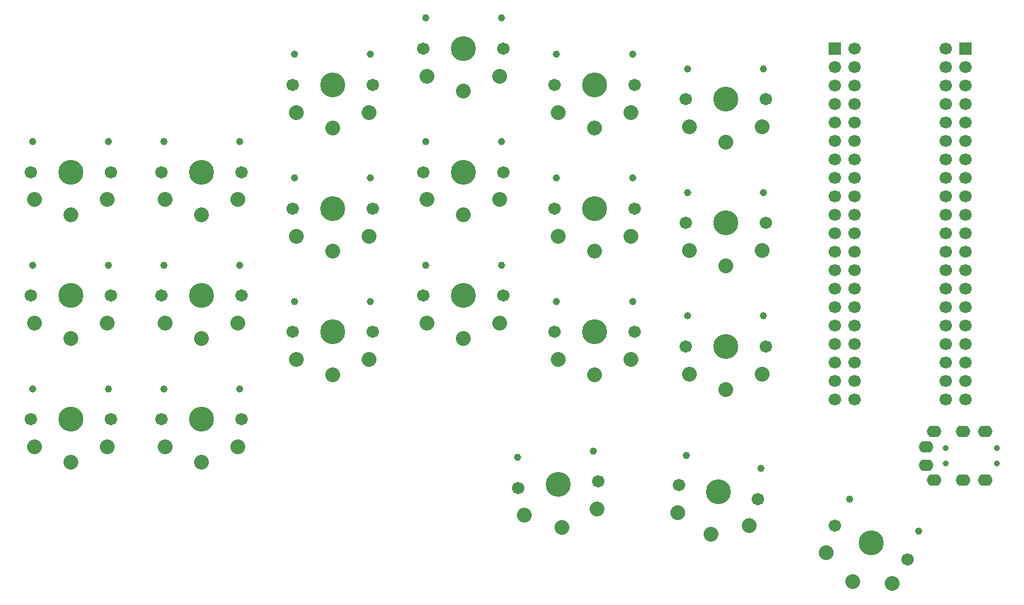
<source format=gbs>
%TF.GenerationSoftware,KiCad,Pcbnew,8.0.4*%
%TF.CreationDate,2024-08-06T18:16:02+02:00*%
%TF.ProjectId,keyboard_pcb,6b657962-6f61-4726-945f-7063622e6b69,rev1.0*%
%TF.SameCoordinates,Original*%
%TF.FileFunction,Soldermask,Bot*%
%TF.FilePolarity,Negative*%
%FSLAX46Y46*%
G04 Gerber Fmt 4.6, Leading zero omitted, Abs format (unit mm)*
G04 Created by KiCad (PCBNEW 8.0.4) date 2024-08-06 18:16:02*
%MOMM*%
%LPD*%
G01*
G04 APERTURE LIST*
%ADD10C,1.701800*%
%ADD11C,0.990600*%
%ADD12C,3.429000*%
%ADD13C,2.032000*%
%ADD14C,0.800000*%
%ADD15O,2.000000X1.600000*%
%ADD16R,1.700000X1.700000*%
%ADD17C,1.700000*%
G04 APERTURE END LIST*
D10*
%TO.C,K25*%
X158500000Y-94000000D03*
D11*
X158780000Y-89800000D03*
D12*
X164000000Y-94000000D03*
D11*
X169220000Y-89800000D03*
D10*
X169500000Y-94000000D03*
D13*
X164000000Y-99900000D03*
X159000000Y-97800000D03*
X169000000Y-97800000D03*
%TD*%
D10*
%TO.C,K24*%
X140500000Y-92000000D03*
D11*
X140780000Y-87800000D03*
D12*
X146000000Y-92000000D03*
D11*
X151220000Y-87800000D03*
D10*
X151500000Y-92000000D03*
D13*
X146000000Y-97900000D03*
X141000000Y-95800000D03*
X151000000Y-95800000D03*
%TD*%
D10*
%TO.C,K21*%
X86500000Y-104000000D03*
D11*
X86780000Y-99800000D03*
D12*
X92000000Y-104000000D03*
D11*
X97220000Y-99800000D03*
D10*
X97500000Y-104000000D03*
D13*
X92000000Y-109900000D03*
X87000000Y-107800000D03*
X97000000Y-107800000D03*
%TD*%
D10*
%TO.C,K02*%
X104500000Y-58000000D03*
D11*
X104780000Y-53800000D03*
D12*
X110000000Y-58000000D03*
D11*
X115220000Y-53800000D03*
D10*
X115500000Y-58000000D03*
D13*
X110000000Y-63900000D03*
X105000000Y-61800000D03*
X115000000Y-61800000D03*
%TD*%
D10*
%TO.C,K10*%
X68500000Y-87000000D03*
D11*
X68780000Y-82800000D03*
D12*
X74000000Y-87000000D03*
D11*
X79220000Y-82800000D03*
D10*
X79500000Y-87000000D03*
D13*
X74000000Y-92900000D03*
X69000000Y-90800000D03*
X79000000Y-90800000D03*
%TD*%
D10*
%TO.C,K04*%
X140500000Y-58000000D03*
D11*
X140780000Y-53800000D03*
D12*
X146000000Y-58000000D03*
D11*
X151220000Y-53800000D03*
D10*
X151500000Y-58000000D03*
D13*
X146000000Y-63900000D03*
X141000000Y-61800000D03*
X151000000Y-61800000D03*
%TD*%
D10*
%TO.C,K12*%
X104500000Y-75000000D03*
D11*
X104780000Y-70800000D03*
D12*
X110000000Y-75000000D03*
D11*
X115220000Y-70800000D03*
D10*
X115500000Y-75000000D03*
D13*
X110000000Y-80900000D03*
X105000000Y-78800000D03*
X115000000Y-78800000D03*
%TD*%
D10*
%TO.C,K30*%
X135520929Y-113479357D03*
D11*
X135433810Y-109270935D03*
D12*
X141000000Y-113000000D03*
D11*
X145834082Y-108361029D03*
D10*
X146479071Y-112520643D03*
D13*
X141514219Y-118877549D03*
X136350218Y-117221319D03*
X146312165Y-116349761D03*
%TD*%
D10*
%TO.C,K01*%
X86500000Y-70000000D03*
D11*
X86780000Y-65800000D03*
D12*
X92000000Y-70000000D03*
D11*
X97220000Y-65800000D03*
D10*
X97500000Y-70000000D03*
D13*
X92000000Y-75900000D03*
X87000000Y-73800000D03*
X97000000Y-73800000D03*
%TD*%
D10*
%TO.C,K14*%
X140500000Y-75000000D03*
D11*
X140780000Y-70800000D03*
D12*
X146000000Y-75000000D03*
D11*
X151220000Y-70800000D03*
D10*
X151500000Y-75000000D03*
D13*
X146000000Y-80900000D03*
X141000000Y-78800000D03*
X151000000Y-78800000D03*
%TD*%
D10*
%TO.C,K23*%
X122500000Y-87000000D03*
D11*
X122780000Y-82800000D03*
D12*
X128000000Y-87000000D03*
D11*
X133220000Y-82800000D03*
D10*
X133500000Y-87000000D03*
D13*
X128000000Y-92900000D03*
X123000000Y-90800000D03*
X133000000Y-90800000D03*
%TD*%
D10*
%TO.C,K03*%
X122500000Y-53000000D03*
D11*
X122780000Y-48800000D03*
D12*
X128000000Y-53000000D03*
D11*
X133220000Y-48800000D03*
D10*
X133500000Y-53000000D03*
D13*
X128000000Y-58900000D03*
X123000000Y-56800000D03*
X133000000Y-56800000D03*
%TD*%
D10*
%TO.C,K22*%
X104500000Y-92000000D03*
D11*
X104780000Y-87800000D03*
D12*
X110000000Y-92000000D03*
D11*
X115220000Y-87800000D03*
D10*
X115500000Y-92000000D03*
D13*
X110000000Y-97900000D03*
X105000000Y-95800000D03*
X115000000Y-95800000D03*
%TD*%
D14*
%TO.C,J1*%
X201250000Y-108000000D03*
X194250000Y-108000000D03*
X201250000Y-110100000D03*
X194250000Y-110100000D03*
D15*
X191550000Y-107800000D03*
X191550000Y-110300000D03*
X192650000Y-105700000D03*
X192650000Y-112400000D03*
X196650000Y-105700000D03*
X199650000Y-112400000D03*
X199650000Y-105700000D03*
X196650000Y-112400000D03*
%TD*%
D10*
%TO.C,K15*%
X158500000Y-77000000D03*
D11*
X158780000Y-72800000D03*
D12*
X164000000Y-77000000D03*
D11*
X169220000Y-72800000D03*
D10*
X169500000Y-77000000D03*
D13*
X164000000Y-82900000D03*
X159000000Y-80800000D03*
X169000000Y-80800000D03*
%TD*%
D10*
%TO.C,K32*%
X179015307Y-118675600D03*
D11*
X181044070Y-114987440D03*
D12*
X184000000Y-121000000D03*
D11*
X190505923Y-119399575D03*
D10*
X188984693Y-123324400D03*
D13*
X181506552Y-126347216D03*
X177862512Y-122330878D03*
X186925590Y-126557061D03*
%TD*%
D10*
%TO.C,K11*%
X86500000Y-87000000D03*
D11*
X86780000Y-82800000D03*
D12*
X92000000Y-87000000D03*
D11*
X97220000Y-82800000D03*
D10*
X97500000Y-87000000D03*
D13*
X92000000Y-92900000D03*
X87000000Y-90800000D03*
X97000000Y-90800000D03*
%TD*%
D16*
%TO.C,U1*%
X179035000Y-53020000D03*
X196935000Y-53000000D03*
D17*
X179035000Y-55560000D03*
X196935000Y-55540000D03*
X179035000Y-58100000D03*
X196935000Y-58080000D03*
X179035000Y-60640000D03*
X196935000Y-60620000D03*
X179035000Y-63180000D03*
X196935000Y-63160000D03*
X179035000Y-65720000D03*
X196935000Y-65700000D03*
X179035000Y-68260000D03*
X196935000Y-68240000D03*
X179035000Y-70800000D03*
X196935000Y-70780000D03*
X179035000Y-73340000D03*
X196935000Y-73320000D03*
X179035000Y-75880000D03*
X196935000Y-75860000D03*
X179035000Y-78420000D03*
X196935000Y-78400000D03*
X179035000Y-80960000D03*
X196935000Y-80940000D03*
X179035000Y-83500000D03*
X196935000Y-83480000D03*
X179035000Y-86040000D03*
X196935000Y-86020000D03*
X179035000Y-88580000D03*
X196935000Y-88560000D03*
X179035000Y-91120000D03*
X196935000Y-91100000D03*
X179035000Y-93660000D03*
X196935000Y-93640000D03*
X179035000Y-96200000D03*
X196935000Y-96180000D03*
X179035000Y-98740000D03*
X196935000Y-98720000D03*
X179035000Y-101280000D03*
X196935000Y-101260000D03*
X181695000Y-101260000D03*
X194275000Y-101280000D03*
X181695000Y-98720000D03*
X194275000Y-98740000D03*
X181695000Y-96180000D03*
X194275000Y-96200000D03*
X181695000Y-93640000D03*
X194275000Y-93660000D03*
X181695000Y-91100000D03*
X194275000Y-91120000D03*
X181695000Y-88560000D03*
X194275000Y-88580000D03*
X181695000Y-86020000D03*
X194275000Y-86040000D03*
X181695000Y-83480000D03*
X194275000Y-83500000D03*
X181695000Y-80940000D03*
X194275000Y-80960000D03*
X181695000Y-78400000D03*
X194275000Y-78420000D03*
X181695000Y-75860000D03*
X194275000Y-75880000D03*
X181695000Y-73320000D03*
X194275000Y-73340000D03*
X181695000Y-70780000D03*
X194275000Y-70800000D03*
X181695000Y-68240000D03*
X194275000Y-68260000D03*
X181695000Y-65700000D03*
X194275000Y-65720000D03*
X181695000Y-63160000D03*
X194275000Y-63180000D03*
X181695000Y-60620000D03*
X194275000Y-60640000D03*
X181695000Y-58080000D03*
X194275000Y-58100000D03*
X181695000Y-55540000D03*
X194275000Y-55560000D03*
X181695000Y-53000000D03*
X194275000Y-53020000D03*
%TD*%
D10*
%TO.C,K05*%
X158500000Y-60000000D03*
D11*
X158780000Y-55800000D03*
D12*
X164000000Y-60000000D03*
D11*
X169220000Y-55800000D03*
D10*
X169500000Y-60000000D03*
D13*
X164000000Y-65900000D03*
X159000000Y-63800000D03*
X169000000Y-63800000D03*
%TD*%
D10*
%TO.C,K20*%
X68500000Y-104000000D03*
D11*
X68780000Y-99800000D03*
D12*
X74000000Y-104000000D03*
D11*
X79220000Y-99800000D03*
D10*
X79500000Y-104000000D03*
D13*
X74000000Y-109900000D03*
X69000000Y-107800000D03*
X79000000Y-107800000D03*
%TD*%
D10*
%TO.C,K13*%
X122500000Y-70000000D03*
D11*
X122780000Y-65800000D03*
D12*
X128000000Y-70000000D03*
D11*
X133220000Y-65800000D03*
D10*
X133500000Y-70000000D03*
D13*
X128000000Y-75900000D03*
X123000000Y-73800000D03*
X133000000Y-73800000D03*
%TD*%
D10*
%TO.C,K00*%
X68500000Y-70000000D03*
D11*
X68780000Y-65800000D03*
D12*
X74000000Y-70000000D03*
D11*
X79220000Y-65800000D03*
D10*
X79500000Y-70000000D03*
D13*
X74000000Y-75900000D03*
X69000000Y-73800000D03*
X79000000Y-73800000D03*
%TD*%
D10*
%TO.C,K31*%
X157583557Y-113044935D03*
D11*
X158588626Y-108957364D03*
D12*
X163000000Y-114000000D03*
D11*
X168870019Y-110770251D03*
D10*
X168416443Y-114955065D03*
D13*
X161975476Y-119810366D03*
X157416098Y-116874029D03*
X167264176Y-118610510D03*
%TD*%
M02*

</source>
